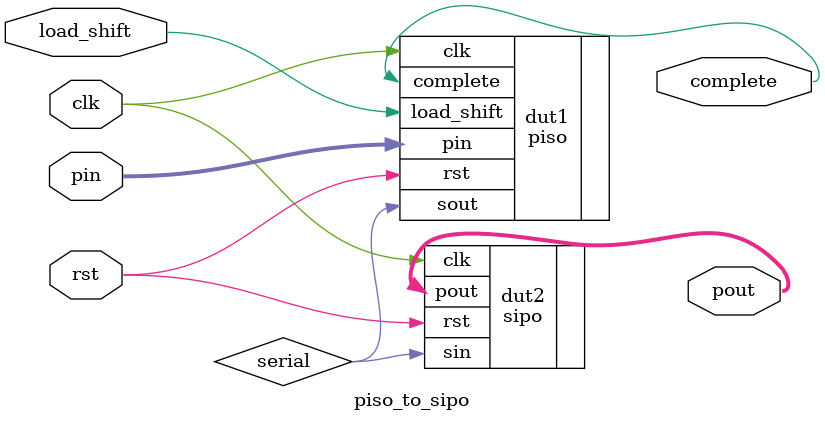
<source format=sv>
module piso_to_sipo(
  input logic clk, rst,
  input logic load_shift,
  input logic [15:0] pin,
  output logic [15:0] pout,
  output logic complete
);

  logic serial;

  piso dut1(.clk(clk), .rst(rst), .load_shift(load_shift), .pin(pin), .sout(serial), .complete(complete));
  sipo dut2(.clk(clk), .rst(rst), .sin(serial), .pout(pout));

endmodule

</source>
